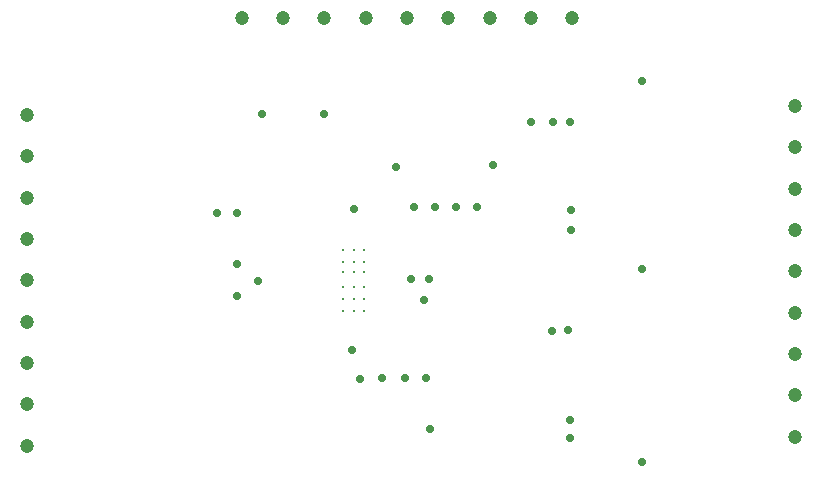
<source format=gbr>
%TF.GenerationSoftware,Altium Limited,Altium Designer,22.9.1 (49)*%
G04 Layer_Color=0*
%FSLAX25Y25*%
%MOIN*%
%TF.SameCoordinates,E4663CD6-9850-4590-99AB-2D6E941D03D6*%
%TF.FilePolarity,Positive*%
%TF.FileFunction,Plated,1,2,PTH,Drill*%
%TF.Part,Single*%
G01*
G75*
%TA.AperFunction,ComponentDrill*%
%ADD52C,0.01000*%
%ADD53C,0.04724*%
%ADD54C,0.04724*%
%TA.AperFunction,ViaDrill,NotFilled*%
%ADD55C,0.02800*%
D52*
X162992Y161366D02*
D03*
X166492D02*
D03*
X169992D02*
D03*
Y157366D02*
D03*
X166492D02*
D03*
X162992D02*
D03*
X166492Y153866D02*
D03*
X162992D02*
D03*
X169992D02*
D03*
X162992Y148866D02*
D03*
X166492D02*
D03*
Y144866D02*
D03*
X162992D02*
D03*
X166492Y140866D02*
D03*
X162992D02*
D03*
X169917Y148889D02*
D03*
Y144889D02*
D03*
Y140889D02*
D03*
D53*
X198059Y238500D02*
D03*
X184280D02*
D03*
X170500D02*
D03*
X156720D02*
D03*
X142941D02*
D03*
X129161D02*
D03*
X239398D02*
D03*
X225618D02*
D03*
X211839D02*
D03*
D54*
X57500Y96102D02*
D03*
X313500Y140382D02*
D03*
Y154161D02*
D03*
Y167941D02*
D03*
Y181720D02*
D03*
Y195500D02*
D03*
Y209279D02*
D03*
Y99043D02*
D03*
Y112823D02*
D03*
Y126602D02*
D03*
X57500Y137441D02*
D03*
Y151221D02*
D03*
Y165000D02*
D03*
Y178779D02*
D03*
Y192559D02*
D03*
Y206339D02*
D03*
Y109882D02*
D03*
Y123661D02*
D03*
D55*
X232500Y134459D02*
D03*
X183500Y118500D02*
D03*
X190500D02*
D03*
X136000Y206500D02*
D03*
X156500D02*
D03*
X180500Y189000D02*
D03*
X121000Y173500D02*
D03*
X127500D02*
D03*
Y156500D02*
D03*
Y146000D02*
D03*
X190000Y144500D02*
D03*
X176000Y118500D02*
D03*
X168700Y118400D02*
D03*
X134500Y151000D02*
D03*
X166500Y175000D02*
D03*
X166000Y128000D02*
D03*
X192000Y101500D02*
D03*
X200500Y175500D02*
D03*
X213000Y189500D02*
D03*
X262500Y217500D02*
D03*
Y90500D02*
D03*
Y155000D02*
D03*
X191500Y151500D02*
D03*
X238000Y134500D02*
D03*
X225500Y204000D02*
D03*
X239000Y174750D02*
D03*
X238975Y168000D02*
D03*
X185500Y151500D02*
D03*
X193500Y175500D02*
D03*
X238500Y104500D02*
D03*
X238475Y98500D02*
D03*
X238500Y204000D02*
D03*
X233000D02*
D03*
X207500Y175500D02*
D03*
X186500D02*
D03*
%TF.MD5,7383c476e3534c73f29e146262e369d6*%
M02*

</source>
